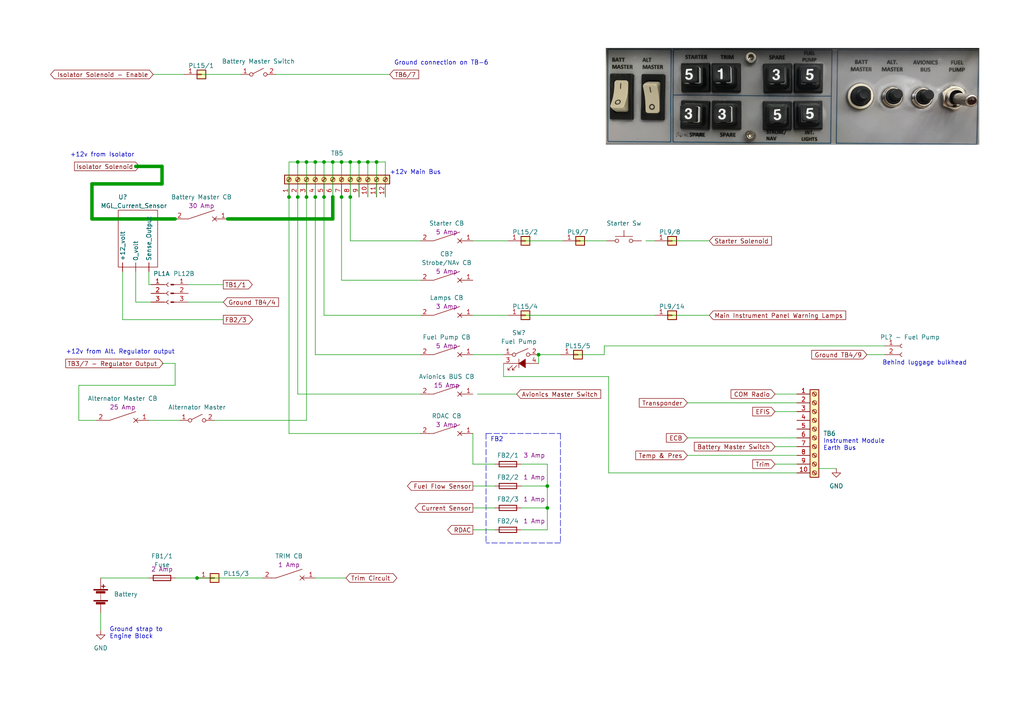
<source format=kicad_sch>
(kicad_sch (version 20211123) (generator eeschema)
  (paper "A4")
  (title_block (title "Europa Main Bus Panel") (date "2022-12-24") (rev "2"))
  (lib_symbols
    (symbol "Connector:Conn_01x02_Female" (pin_names (offset 1.016) hide)
      (property "Reference" "J" (at 0 2.54 0))
      (property "Value" "Conn_01x02_Female" (at 0 -5.08 0))
      (symbol "Conn_01x02_Female_1_1"
        (arc (start 0 -2.032) (mid -0.508 -2.54) (end 0 -3.048) (stroke (width 0.1524)))
        (polyline (pts (xy -1.27 -2.54) (xy -0.508 -2.54)) (stroke (width 0.1524)))
        (polyline (pts (xy -1.27 0) (xy -0.508 0)) (stroke (width 0.1524)))
        (arc (start 0 0.508) (mid -0.508 0) (end 0 -0.508) (stroke (width 0.1524)))
        (pin passive line (at -5.08 0 0) (length 3.81) (name "Pin_1") (number "1"))
        (pin passive line (at -5.08 -2.54 0) (length 3.81) (name "Pin_2") (number "2"))
      )
    )
    (symbol "Connector:Conn_01x03_Female" (pin_names (offset 1.016) hide)
      (property "Reference" "J" (at 0 5.08 0))
      (property "Value" "Conn_01x03_Female" (at 0 -5.08 0))
      (symbol "Conn_01x03_Female_1_1"
        (arc (start 0 -2.032) (mid -0.508 -2.54) (end 0 -3.048) (stroke (width 0.1524)))
        (polyline (pts (xy -1.27 -2.54) (xy -0.508 -2.54)) (stroke (width 0.1524)))
        (polyline (pts (xy -1.27 0) (xy -0.508 0)) (stroke (width 0.1524)))
        (polyline (pts (xy -1.27 2.54) (xy -0.508 2.54)) (stroke (width 0.1524)))
        (arc (start 0 0.508) (mid -0.508 0) (end 0 -0.508) (stroke (width 0.1524)))
        (arc (start 0 3.048) (mid -0.508 2.54) (end 0 2.032) (stroke (width 0.1524)))
        (pin passive line (at -5.08 2.54 0) (length 3.81) (name "Pin_1") (number "1"))
        (pin passive line (at -5.08 0 0) (length 3.81) (name "Pin_2") (number "2"))
        (pin passive line (at -5.08 -2.54 0) (length 3.81) (name "Pin_3") (number "3"))
      )
    )
    (symbol "Connector:Conn_01x03_Male" (pin_names (offset 1.016) hide)
      (property "Reference" "J" (at 0 5.08 0))
      (property "Value" "Conn_01x03_Male" (at 0 -5.08 0))
      (symbol "Conn_01x03_Male_1_1"
        (polyline (pts (xy 1.27 -2.54) (xy 0.8636 -2.54)) (stroke (width 0.1524)))
        (polyline (pts (xy 1.27 0) (xy 0.8636 0)) (stroke (width 0.1524)))
        (polyline (pts (xy 1.27 2.54) (xy 0.8636 2.54)) (stroke (width 0.1524)))
        (rectangle (start 0.8636 -2.413) (end 0 -2.667) (stroke (width 0.1524)) (fill (type outline)))
        (rectangle (start 0.8636 0.127) (end 0 -0.127) (stroke (width 0.1524)) (fill (type outline)))
        (rectangle (start 0.8636 2.667) (end 0 2.413) (stroke (width 0.1524)) (fill (type outline)))
        (pin passive line (at 5.08 2.54 180) (length 3.81) (name "Pin_1") (number "1"))
        (pin passive line (at 5.08 0 180) (length 3.81) (name "Pin_2") (number "2"))
        (pin passive line (at 5.08 -2.54 180) (length 3.81) (name "Pin_3") (number "3"))
      )
    )
    (symbol "Connector:Screw_Terminal_01x10" (pin_names (offset 1.016) hide)
      (property "Reference" "J" (at 0 12.7 0))
      (property "Value" "Screw_Terminal_01x10" (at 0 -15.24 0))
      (symbol "Screw_Terminal_01x10_1_1"
        (rectangle (start -1.27 11.43) (end 1.27 -13.97) (stroke (width 0.254)) (fill (type background)))
        (circle (center 0 -12.7) (radius 0.635) (stroke (width 0.1524)))
        (circle (center 0 -10.16) (radius 0.635) (stroke (width 0.1524)))
        (circle (center 0 -7.62) (radius 0.635) (stroke (width 0.1524)))
        (circle (center 0 -5.08) (radius 0.635) (stroke (width 0.1524)))
        (circle (center 0 -2.54) (radius 0.635) (stroke (width 0.1524)))
        (polyline (pts (xy -0.5334 -12.3698) (xy 0.3302 -13.208)) (stroke (width 0.1524)))
        (polyline (pts (xy -0.5334 -9.8298) (xy 0.3302 -10.668)) (stroke (width 0.1524)))
        (polyline (pts (xy -0.5334 -7.2898) (xy 0.3302 -8.128)) (stroke (width 0.1524)))
        (polyline (pts (xy -0.5334 -4.7498) (xy 0.3302 -5.588)) (stroke (width 0.1524)))
        (polyline (pts (xy -0.5334 -2.2098) (xy 0.3302 -3.048)) (stroke (width 0.1524)))
        (polyline (pts (xy -0.5334 0.3302) (xy 0.3302 -0.508)) (stroke (width 0.1524)))
        (polyline (pts (xy -0.5334 2.8702) (xy 0.3302 2.032)) (stroke (width 0.1524)))
        (polyline (pts (xy -0.5334 5.4102) (xy 0.3302 4.572)) (stroke (width 0.1524)))
        (polyline (pts (xy -0.5334 7.9502) (xy 0.3302 7.112)) (stroke (width 0.1524)))
        (polyline (pts (xy -0.5334 10.4902) (xy 0.3302 9.652)) (stroke (width 0.1524)))
        (polyline (pts (xy -0.3556 -12.192) (xy 0.508 -13.0302)) (stroke (width 0.1524)))
        (polyline (pts (xy -0.3556 -9.652) (xy 0.508 -10.4902)) (stroke (width 0.1524)))
        (polyline (pts (xy -0.3556 -7.112) (xy 0.508 -7.9502)) (stroke (width 0.1524)))
        (polyline (pts (xy -0.3556 -4.572) (xy 0.508 -5.4102)) (stroke (width 0.1524)))
        (polyline (pts (xy -0.3556 -2.032) (xy 0.508 -2.8702)) (stroke (width 0.1524)))
        (polyline (pts (xy -0.3556 0.508) (xy 0.508 -0.3302)) (stroke (width 0.1524)))
        (polyline (pts (xy -0.3556 3.048) (xy 0.508 2.2098)) (stroke (width 0.1524)))
        (polyline (pts (xy -0.3556 5.588) (xy 0.508 4.7498)) (stroke (width 0.1524)))
        (polyline (pts (xy -0.3556 8.128) (xy 0.508 7.2898)) (stroke (width 0.1524)))
        (polyline (pts (xy -0.3556 10.668) (xy 0.508 9.8298)) (stroke (width 0.1524)))
        (circle (center 0 0) (radius 0.635) (stroke (width 0.1524)))
        (circle (center 0 2.54) (radius 0.635) (stroke (width 0.1524)))
        (circle (center 0 5.08) (radius 0.635) (stroke (width 0.1524)))
        (circle (center 0 7.62) (radius 0.635) (stroke (width 0.1524)))
        (circle (center 0 10.16) (radius 0.635) (stroke (width 0.1524)))
        (pin passive line (at -5.08 10.16 0) (length 3.81) (name "Pin_1") (number "1"))
        (pin passive line (at -5.08 -12.7 0) (length 3.81) (name "Pin_10") (number "10"))
        (pin passive line (at -5.08 7.62 0) (length 3.81) (name "Pin_2") (number "2"))
        (pin passive line (at -5.08 5.08 0) (length 3.81) (name "Pin_3") (number "3"))
        (pin passive line (at -5.08 2.54 0) (length 3.81) (name "Pin_4") (number "4"))
        (pin passive line (at -5.08 0 0) (length 3.81) (name "Pin_5") (number "5"))
        (pin passive line (at -5.08 -2.54 0) (length 3.81) (name "Pin_6") (number "6"))
        (pin passive line (at -5.08 -5.08 0) (length 3.81) (name "Pin_7") (number "7"))
        (pin passive line (at -5.08 -7.62 0) (length 3.81) (name "Pin_8") (number "8"))
        (pin passive line (at -5.08 -10.16 0) (length 3.81) (name "Pin_9") (number "9"))
      )
    )
    (symbol "Connector:Screw_Terminal_01x12" (pin_names (offset 1.016) hide)
      (property "Reference" "J" (at 0 15.24 0))
      (property "Value" "Screw_Terminal_01x12" (at 0 -17.78 0))
      (symbol "Screw_Terminal_01x12_1_1"
        (rectangle (start -1.27 13.97) (end 1.27 -16.51) (stroke (width 0.254)) (fill (type background)))
        (circle (center 0 -15.24) (radius 0.635) (stroke (width 0.1524)))
        (circle (center 0 -12.7) (radius 0.635) (stroke (width 0.1524)))
        (circle (center 0 -10.16) (radius 0.635) (stroke (width 0.1524)))
        (circle (center 0 -7.62) (radius 0.635) (stroke (width 0.1524)))
        (circle (center 0 -5.08) (radius 0.635) (stroke (width 0.1524)))
        (circle (center 0 -2.54) (radius 0.635) (stroke (width 0.1524)))
        (polyline (pts (xy -0.5334 -14.9098) (xy 0.3302 -15.748)) (stroke (width 0.1524)))
        (polyline (pts (xy -0.5334 -12.3698) (xy 0.3302 -13.208)) (stroke (width 0.1524)))
        (polyline (pts (xy -0.5334 -9.8298) (xy 0.3302 -10.668)) (stroke (width 0.1524)))
        (polyline (pts (xy -0.5334 -7.2898) (xy 0.3302 -8.128)) (stroke (width 0.1524)))
        (polyline (pts (xy -0.5334 -4.7498) (xy 0.3302 -5.588)) (stroke (width 0.1524)))
        (polyline (pts (xy -0.5334 -2.2098) (xy 0.3302 -3.048)) (stroke (width 0.1524)))
        (polyline (pts (xy -0.5334 0.3302) (xy 0.3302 -0.508)) (stroke (width 0.1524)))
        (polyline (pts (xy -0.5334 2.8702) (xy 0.3302 2.032)) (stroke (width 0.1524)))
        (polyline (pts (xy -0.5334 5.4102) (xy 0.3302 4.572)) (stroke (width 0.1524)))
        (polyline (pts (xy -0.5334 7.9502) (xy 0.3302 7.112)) (stroke (width 0.1524)))
        (polyline (pts (xy -0.5334 10.4902) (xy 0.3302 9.652)) (stroke (width 0.1524)))
        (polyline (pts (xy -0.5334 13.0302) (xy 0.3302 12.192)) (stroke (width 0.1524)))
        (polyline (pts (xy -0.3556 -14.732) (xy 0.508 -15.5702)) (stroke (width 0.1524)))
        (polyline (pts (xy -0.3556 -12.192) (xy 0.508 -13.0302)) (stroke (width 0.1524)))
        (polyline (pts (xy -0.3556 -9.652) (xy 0.508 -10.4902)) (stroke (width 0.1524)))
        (polyline (pts (xy -0.3556 -7.112) (xy 0.508 -7.9502)) (stroke (width 0.1524)))
        (polyline (pts (xy -0.3556 -4.572) (xy 0.508 -5.4102)) (stroke (width 0.1524)))
        (polyline (pts (xy -0.3556 -2.032) (xy 0.508 -2.8702)) (stroke (width 0.1524)))
        (polyline (pts (xy -0.3556 0.508) (xy 0.508 -0.3302)) (stroke (width 0.1524)))
        (polyline (pts (xy -0.3556 3.048) (xy 0.508 2.2098)) (stroke (width 0.1524)))
        (polyline (pts (xy -0.3556 5.588) (xy 0.508 4.7498)) (stroke (width 0.1524)))
        (polyline (pts (xy -0.3556 8.128) (xy 0.508 7.2898)) (stroke (width 0.1524)))
        (polyline (pts (xy -0.3556 10.668) (xy 0.508 9.8298)) (stroke (width 0.1524)))
        (polyline (pts (xy -0.3556 13.208) (xy 0.508 12.3698)) (stroke (width 0.1524)))
        (circle (center 0 0) (radius 0.635) (stroke (width 0.1524)))
        (circle (center 0 2.54) (radius 0.635) (stroke (width 0.1524)))
        (circle (center 0 5.08) (radius 0.635) (stroke (width 0.1524)))
        (circle (center 0 7.62) (radius 0.635) (stroke (width 0.1524)))
        (circle (center 0 10.16) (radius 0.635) (stroke (width 0.1524)))
        (circle (center 0 12.7) (radius 0.635) (stroke (width 0.1524)))
        (pin passive line (at -5.08 12.7 0) (length 3.81) (name "Pin_1") (number "1"))
        (pin passive line (at -5.08 -10.16 0) (length 3.81) (name "Pin_10") (number "10"))
        (pin passive line (at -5.08 -12.7 0) (length 3.81) (name "Pin_11") (number "11"))
        (pin passive line (at -5.08 -15.24 0) (length 3.81) (name "Pin_12") (number "12"))
        (pin passive line (at -5.08 10.16 0) (length 3.81) (name "Pin_2") (number "2"))
        (pin passive line (at -5.08 7.62 0) (length 3.81) (name "Pin_3") (number "3"))
        (pin passive line (at -5.08 5.08 0) (length 3.81) (name "Pin_4") (number "4"))
        (pin passive line (at -5.08 2.54 0) (length 3.81) (name "Pin_5") (number "5"))
        (pin passive line (at -5.08 0 0) (length 3.81) (name "Pin_6") (number "6"))
        (pin passive line (at -5.08 -2.54 0) (length 3.81) (name "Pin_7") (number "7"))
        (pin passive line (at -5.08 -5.08 0) (length 3.81) (name "Pin_8") (number "8"))
        (pin passive line (at -5.08 -7.62 0) (length 3.81) (name "Pin_9") (number "9"))
      )
    )
    (symbol "Connector_Generic:Conn_01x01" (pin_names (offset 1.016) hide)
      (property "Reference" "J" (at 0 2.54 0))
      (property "Value" "Conn_01x01" (at 0 -2.54 0))
      (symbol "Conn_01x01_1_1"
        (rectangle (start -1.27 0.127) (end 0 -0.127) (stroke (width 0.1524)))
        (rectangle (start -1.27 1.27) (end 1.27 -1.27) (stroke (width 0.254)) (fill (type background)))
        (pin passive line (at -5.08 0 0) (length 3.81) (name "Pin_1") (number "1"))
      )
    )
    (symbol "Device:Battery" (pin_numbers hide) (pin_names (offset 0) hide)
      (property "Reference" "BT" (at 2.54 2.54 0))
      (property "Value" "Battery" (at 2.54 0 0))
      (symbol "Battery_0_1"
        (rectangle (start -2.032 -1.397) (end 2.032 -1.651) (fill (type outline)))
        (rectangle (start -2.032 1.778) (end 2.032 1.524) (fill (type outline)))
        (rectangle (start -1.3208 -1.9812) (end 1.27 -2.4892) (fill (type outline)))
        (rectangle (start -1.3208 1.1938) (end 1.27 0.6858) (fill (type outline)))
        (polyline (pts (xy 0 -1.524) (xy 0 -1.27)))
        (polyline (pts (xy 0 -1.016) (xy 0 -0.762)))
        (polyline (pts (xy 0 -0.508) (xy 0 -0.254)))
        (polyline (pts (xy 0 0) (xy 0 0.254)))
        (polyline (pts (xy 0 0.508) (xy 0 0.762)))
        (polyline (pts (xy 0 1.778) (xy 0 2.54)))
        (polyline (pts (xy 0.254 2.667) (xy 1.27 2.667)) (stroke (width 0.254)))
        (polyline (pts (xy 0.762 3.175) (xy 0.762 2.159)) (stroke (width 0.254)))
      )
      (symbol "Battery_1_1"
        (pin passive line (at 0 5.08 270) (length 2.54) (name "+") (number "1"))
        (pin passive line (at 0 -5.08 90) (length 2.54) (name "-") (number "2"))
      )
    )
    (symbol "Device:CircuitBreaker_1P"
      (property "Reference" "CB" (at 1.905 0 0))
      (property "Value" "CircuitBreaker_1P" (at 1.905 1.905 0))
      (symbol "CircuitBreaker_1P_0_1"
        (polyline (pts (xy 0 -5.08) (xy 0 -3.81)))
        (polyline (pts (xy 0 -3.81) (xy -2.54 3.81)))
      )
      (symbol "CircuitBreaker_1P_1_1"
        (polyline (pts (xy -0.635 4.445) (xy 0.635 3.175)))
        (polyline (pts (xy 0 5.08) (xy 0 3.81)))
        (polyline (pts (xy 0.635 4.445) (xy -0.635 3.175)))
        (pin passive line (at 0 7.62 270) (length 2.54) (name "~") (number "1"))
        (pin passive line (at 0 -7.62 90) (length 2.54) (name "~") (number "2"))
      )
    )
    (symbol "Device:Fuse" (pin_numbers hide) (pin_names (offset 0))
      (property "Reference" "F" (at 2.032 0 90))
      (property "Value" "Fuse" (at -1.905 0 90))
      (symbol "Fuse_0_1"
        (rectangle (start -0.762 -2.54) (end 0.762 2.54) (stroke (width 0.254)))
        (polyline (pts (xy 0 2.54) (xy 0 -2.54)))
      )
      (symbol "Fuse_1_1"
        (pin passive line (at 0 3.81 270) (length 1.27) (name "~") (number "1"))
        (pin passive line (at 0 -3.81 90) (length 1.27) (name "~") (number "2"))
      )
    )
    (symbol "Switch:SW_Push" (pin_numbers hide) (pin_names (offset 1.016) hide)
      (property "Reference" "SW" (at 1.27 2.54 0))
      (property "Value" "SW_Push" (at 0 -1.524 0))
      (symbol "SW_Push_0_1"
        (circle (center -2.032 0) (radius 0.508))
        (polyline (pts (xy 0 1.27) (xy 0 3.048)))
        (polyline (pts (xy 2.54 1.27) (xy -2.54 1.27)))
        (circle (center 2.032 0) (radius 0.508))
        (pin passive line (at -5.08 0 0) (length 2.54) (name "1") (number "1"))
        (pin passive line (at 5.08 0 180) (length 2.54) (name "2") (number "2"))
      )
    )
    (symbol "Switch:SW_SPST" (pin_names (offset 0) hide)
      (property "Reference" "SW" (at 0 3.175 0))
      (property "Value" "SW_SPST" (at 0 -2.54 0))
      (symbol "SW_SPST_0_0"
        (circle (center -2.032 0) (radius 0.508))
        (polyline (pts (xy -1.524 0.254) (xy 1.524 1.778)))
        (circle (center 2.032 0) (radius 0.508))
      )
      (symbol "SW_SPST_1_1"
        (pin passive line (at -5.08 0 0) (length 2.54) (name "A") (number "1"))
        (pin passive line (at 5.08 0 180) (length 2.54) (name "B") (number "2"))
      )
    )
    (symbol "Switch:SW_SPST_LED" (pin_names (offset 1.016) hide)
      (property "Reference" "SW" (at 0.635 5.715 0))
      (property "Value" "SW_SPST_LED" (at 0 -3.175 0))
      (symbol "SW_SPST_LED_0_0"
        (polyline (pts (xy -3.81 -1.905) (xy -2.54 -0.635)))
        (polyline (pts (xy -2.54 -1.905) (xy -1.27 -0.635)))
        (polyline (pts (xy -2.54 0) (xy 2.54 0)))
        (polyline (pts (xy -0.635 1.27) (xy -0.635 -1.27)))
        (polyline (pts (xy -3.81 -1.27) (xy -3.81 -1.905) (xy -3.175 -1.905)))
        (polyline (pts (xy -2.54 -1.27) (xy -2.54 -1.905) (xy -1.905 -1.905)))
        (polyline (pts (xy -0.635 0) (xy 1.27 1.27) (xy 1.27 -1.27) (xy -0.635 0)) (fill (type outline)))
      )
      (symbol "SW_SPST_LED_0_1"
        (circle (center -2.032 2.54) (radius 0.508))
        (polyline (pts (xy -1.524 2.794) (xy 2.032 4.318)))
        (circle (center 2.032 2.54) (radius 0.508))
        (pin passive line (at -5.08 2.54 0) (length 2.54) (name "1") (number "1"))
        (pin passive line (at 5.08 2.54 180) (length 2.54) (name "2") (number "2"))
        (pin passive line (at -5.08 0 0) (length 2.54) (name "K") (number "3"))
        (pin passive line (at 5.08 0 180) (length 2.54) (name "A") (number "4"))
      )
    )
    (symbol "gary aircraft symbol library:MGL_Current_Sensor" (pin_numbers hide) (on_board no)
      (property "Reference" "U" (at 0 0 0))
      (property "Value" "MGL_Current_Sensor" (at 0 0 0))
      (symbol "MGL_Current_Sensor_0_1"
        (rectangle (start -7.62 -2.54) (end 8.89 -13.97))
      )
      (symbol "MGL_Current_Sensor_1_1"
        (pin power_in line (at -8.89 -3.81 0) (length 2.54) (name "+12_volt") (number ""))
        (pin power_in line (at -8.89 -7.62 0) (length 2.54) (name "0_volt") (number ""))
        (pin output line (at -8.89 -11.43 0) (length 2.54) (name "Sense_Output") (number ""))
      )
    )
    (symbol "power:GND" (power) (pin_names (offset 0))
      (property "Value" "GND" (at 0 -3.81 0))
      (symbol "GND_0_1"
        (polyline (pts (xy 0 0) (xy 0 -1.27) (xy 1.27 -1.27) (xy 0 -2.54) (xy -1.27 -1.27) (xy 0 -1.27)))
      )
      (symbol "GND_1_1"
        (pin power_in line (at 0 0 270) (length 0) hide (name "GND") (number "1"))
      )
    )
  )
  (junction (at 99.06 46.99))
  (junction (at 91.44 57.15))
  (junction (at 104.14 46.99))
  (junction (at 57.15 167.64))
  (junction (at 91.44 46.99))
  (junction (at 96.52 57.15))
  (junction (at 99.06 57.15))
  (junction (at 156.21 102.87))
  (junction (at 86.36 57.15))
  (junction (at 101.6 46.99))
  (junction (at 83.82 57.15))
  (junction (at 88.9 46.99))
  (junction (at 101.6 57.15))
  (junction (at 109.22 46.99))
  (junction (at 158.75 147.32))
  (junction (at 96.52 46.99))
  (junction (at 158.75 140.97))
  (junction (at 88.9 57.15))
  (junction (at 93.98 57.15))
  (junction (at 106.68 46.99))
  (junction (at 93.98 46.99))
  (junction (at 86.36 46.99))
  (wire (pts (xy 93.98 57.15) (xy 93.98 91.44)))
  (wire (pts (xy 138.43 114.3) (xy 149.86 114.3)))
  (wire (pts (xy 96.52 57.15) (xy 96.52 63.5)) (stroke (width 1)))
  (wire (pts (xy 86.36 114.3) (xy 121.92 114.3)))
  (wire (pts (xy 46.99 53.34) (xy 46.99 48.26)) (stroke (width 1)))
  (wire (pts (xy 57.15 167.64) (xy 76.2 167.64)))
  (wire (pts (xy 251.46 102.87) (xy 256.54 102.87)))
  (wire (pts (xy 106.68 46.99) (xy 106.68 57.15)))
  (wire (pts (xy 199.39 132.08) (xy 231.14 132.08)))
  (wire (pts (xy 109.22 46.99) (xy 111.76 46.99)))
  (wire (pts (xy 175.26 102.87) (xy 175.26 100.33)))
  (wire (pts (xy 156.21 102.87) (xy 156.21 105.41)))
  (wire (pts (xy 101.6 46.99) (xy 101.6 57.15)))
  (wire (pts (xy 137.16 69.85) (xy 147.32 69.85)))
  (wire (pts (xy 62.23 121.92) (xy 88.9 121.92)))
  (polyline (pts (xy 140.97 125.73) (xy 162.56 125.73)))
  (wire (pts (xy 199.39 127) (xy 231.14 127)))
  (wire (pts (xy 158.75 140.97) (xy 158.75 147.32)))
  (wire (pts (xy 224.79 119.38) (xy 231.14 119.38)))
  (wire (pts (xy 86.36 46.99) (xy 88.9 46.99)))
  (wire (pts (xy 101.6 46.99) (xy 104.14 46.99)))
  (wire (pts (xy 101.6 57.15) (xy 101.6 69.85)))
  (wire (pts (xy 58.42 21.59) (xy 69.85 21.59)))
  (wire (pts (xy 91.44 167.64) (xy 100.33 167.64)))
  (wire (pts (xy 50.8 111.76) (xy 22.86 111.76)))
  (wire (pts (xy 43.18 82.55) (xy 43.815 82.55)))
  (wire (pts (xy 91.44 46.99) (xy 93.98 46.99)))
  (wire (pts (xy 237.49 135.89) (xy 242.57 135.89)))
  (wire (pts (xy 137.16 134.62) (xy 143.51 134.62)))
  (wire (pts (xy 86.36 46.99) (xy 86.36 57.15)))
  (wire (pts (xy 187.325 69.85) (xy 189.865 69.85)))
  (wire (pts (xy 137.16 153.67) (xy 143.51 153.67)))
  (wire (pts (xy 91.44 57.15) (xy 91.44 102.87)))
  (wire (pts (xy 175.26 100.33) (xy 256.54 100.33)))
  (wire (pts (xy 91.44 46.99) (xy 91.44 57.15)))
  (wire (pts (xy 83.82 57.15) (xy 83.82 125.73)))
  (wire (pts (xy 224.79 134.62) (xy 231.14 134.62)))
  (wire (pts (xy 99.06 81.28) (xy 99.06 57.15)))
  (wire (pts (xy 121.92 81.28) (xy 99.06 81.28)))
  (wire (pts (xy 152.4 69.85) (xy 163.195 69.85)))
  (wire (pts (xy 109.22 46.99) (xy 109.22 57.15)))
  (wire (pts (xy 80.01 21.59) (xy 113.03 21.59)))
  (wire (pts (xy 224.79 114.3) (xy 231.14 114.3)))
  (wire (pts (xy 137.16 125.73) (xy 137.16 134.62)))
  (wire (pts (xy 137.16 140.97) (xy 143.51 140.97)))
  (wire (pts (xy 224.79 129.54) (xy 231.14 129.54)))
  (wire (pts (xy 39.37 48.26) (xy 46.99 48.26)) (stroke (width 1)))
  (wire (pts (xy 151.13 147.32) (xy 158.75 147.32)))
  (wire (pts (xy 83.82 46.99) (xy 83.82 57.15)))
  (wire (pts (xy 54.61 82.55) (xy 64.77 82.55)))
  (polyline (pts (xy 162.56 125.73) (xy 162.56 157.48)))
  (wire (pts (xy 96.52 46.99) (xy 99.06 46.99)))
  (wire (pts (xy 88.9 46.99) (xy 88.9 57.15)))
  (wire (pts (xy 26.67 63.5) (xy 50.8 63.5)) (stroke (width 1)))
  (wire (pts (xy 104.14 46.99) (xy 106.68 46.99)))
  (wire (pts (xy 43.18 121.92) (xy 52.07 121.92)))
  (wire (pts (xy 93.98 46.99) (xy 93.98 57.15)))
  (wire (pts (xy 199.39 116.84) (xy 231.14 116.84)))
  (wire (pts (xy 44.45 21.59) (xy 53.34 21.59)))
  (wire (pts (xy 93.98 46.99) (xy 96.52 46.99)))
  (wire (pts (xy 88.9 57.15) (xy 88.9 121.92)))
  (wire (pts (xy 137.16 102.87) (xy 146.05 102.87)))
  (wire (pts (xy 158.75 134.62) (xy 158.75 140.97)))
  (wire (pts (xy 22.86 111.76) (xy 22.86 121.92)))
  (wire (pts (xy 156.21 102.87) (xy 162.56 102.87)))
  (polyline (pts (xy 140.97 125.73) (xy 140.97 157.48)))
  (wire (pts (xy 146.05 105.41) (xy 146.05 109.22)))
  (wire (pts (xy 88.9 46.99) (xy 91.44 46.99)))
  (wire (pts (xy 151.13 153.67) (xy 158.75 153.67)))
  (wire (pts (xy 91.44 102.87) (xy 121.92 102.87)))
  (wire (pts (xy 54.61 87.63) (xy 64.77 87.63)))
  (wire (pts (xy 151.13 134.62) (xy 158.75 134.62)))
  (wire (pts (xy 66.04 63.5) (xy 96.52 63.5)) (stroke (width 1)))
  (wire (pts (xy 146.05 109.22) (xy 176.53 109.22)))
  (wire (pts (xy 86.36 57.15) (xy 86.36 114.3)))
  (polyline (pts (xy 162.56 157.48) (xy 140.97 157.48)))
  (wire (pts (xy 26.67 63.5) (xy 26.67 53.34)) (stroke (width 1)))
  (wire (pts (xy 46.99 105.41) (xy 50.8 105.41)))
  (wire (pts (xy 167.64 102.87) (xy 175.26 102.87)))
  (wire (pts (xy 29.21 177.8) (xy 29.21 182.88)))
  (wire (pts (xy 121.92 69.85) (xy 101.6 69.85)))
  (wire (pts (xy 111.76 46.99) (xy 111.76 57.15)))
  (wire (pts (xy 194.945 91.44) (xy 205.74 91.44)))
  (wire (pts (xy 168.275 69.85) (xy 175.895 69.85)))
  (wire (pts (xy 35.56 92.71) (xy 64.77 92.71)))
  (wire (pts (xy 35.56 78.74) (xy 35.56 92.71)))
  (wire (pts (xy 99.06 46.99) (xy 101.6 46.99)))
  (wire (pts (xy 106.68 46.99) (xy 109.22 46.99)))
  (wire (pts (xy 194.945 69.85) (xy 205.74 69.85)))
  (wire (pts (xy 176.53 109.22) (xy 176.53 137.16)))
  (wire (pts (xy 158.75 147.32) (xy 158.75 153.67)))
  (wire (pts (xy 83.82 125.73) (xy 121.92 125.73)))
  (wire (pts (xy 22.86 121.92) (xy 27.94 121.92)))
  (wire (pts (xy 39.37 87.63) (xy 43.815 87.63)))
  (wire (pts (xy 176.53 137.16) (xy 231.14 137.16)))
  (wire (pts (xy 104.14 46.99) (xy 104.14 57.15)))
  (wire (pts (xy 50.8 167.64) (xy 57.15 167.64)))
  (wire (pts (xy 151.13 140.97) (xy 158.75 140.97)))
  (wire (pts (xy 29.21 167.64) (xy 43.18 167.64)))
  (wire (pts (xy 93.98 91.44) (xy 121.92 91.44)))
  (wire (pts (xy 39.37 78.74) (xy 39.37 87.63)))
  (wire (pts (xy 152.4 91.44) (xy 189.865 91.44)))
  (wire (pts (xy 137.16 91.44) (xy 147.32 91.44)))
  (wire (pts (xy 137.16 147.32) (xy 143.51 147.32)))
  (wire (pts (xy 43.18 78.74) (xy 43.18 82.55)))
  (wire (pts (xy 83.82 46.99) (xy 86.36 46.99)))
  (wire (pts (xy 96.52 46.99) (xy 96.52 57.15)))
  (wire (pts (xy 50.8 105.41) (xy 50.8 111.76)))
  (wire (pts (xy 99.06 46.99) (xy 99.06 57.15)))
  (wire (pts (xy 26.67 53.34) (xy 46.99 53.34)) (stroke (width 1)))
  (image (at 229.87 27.94))
  (text "Behind luggage bulkhead" (at 255.905 106.045 0) (effects (font (size 1.27 1.27)) (justify left bottom)))
  (text "Ground connection on TB-6" (at 114.3 19.05 0) (effects (font (size 1.27 1.27)) (justify left bottom)))
  (text "Ground strap to\nEngine Block" (at 31.75 185.42 0) (effects (font (size 1.27 1.27)) (justify left bottom)))
  (text "+12v Main Bus" (at 113.03 50.8 0) (effects (font (size 1.27 1.27)) (justify left bottom)))
  (text "+12v from Isolator" (at 20.32 45.72 0) (effects (font (size 1.27 1.27)) (justify left bottom)))
  (text "FB2" (at 142.24 128.27 0) (effects (font (size 1.27 1.27)) (justify left bottom)))
  (text "Instrument Module\nEarth Bus" (at 238.76 130.81 0) (effects (font (size 1.27 1.27)) (justify left bottom)))
  (text "+12v from Alt. Regulator output" (at 19.05 102.87 0) (effects (font (size 1.27 1.27)) (justify left bottom)))
  (global_label "Transponder" (shape input) (at 199.39 116.84 180) (property "Intersheet References" "${INTERSHEET_REFS}" (effects hide)))
  (global_label "Ground TB4{slash}9" (shape input) (at 251.46 102.87 180) (property "Intersheet References" "${INTERSHEET_REFS}" (effects hide)))
  (global_label "FB2{slash}3" (shape output) (at 64.77 92.71 0) (property "Intersheet References" "${INTERSHEET_REFS}" (effects hide)))
  (global_label "TB6{slash}7" (shape input) (at 113.03 21.59 0) (property "Intersheet References" "${INTERSHEET_REFS}" (effects hide)))
  (global_label "Isolator Solenoid" (shape output) (at 21.59 48.26 0) (property "Intersheet References" "${INTERSHEET_REFS}" (effects hide)))
  (global_label "Starter Solenoid" (shape input) (at 205.74 69.85 0) (property "Intersheet References" "${INTERSHEET_REFS}" (effects hide)))
  (global_label "COM Radio" (shape input) (at 224.79 114.3 180) (property "Intersheet References" "${INTERSHEET_REFS}" (effects hide)))
  (global_label "Isolator Solenoid - Enable" (shape bidirectional) (at 44.45 21.59 180) (property "Intersheet References" "${INTERSHEET_REFS}" (effects hide)))
  (global_label "Ground TB4{slash}4" (shape input) (at 64.77 87.63 0) (property "Intersheet References" "${INTERSHEET_REFS}" (effects hide)))
  (global_label "TB3{slash}7 - Regulator Output" (shape output) (at 19.05 105.41 0) (property "Intersheet References" "${INTERSHEET_REFS}" (effects hide)))
  (global_label "Trim" (shape input) (at 224.79 134.62 180) (property "Intersheet References" "${INTERSHEET_REFS}" (effects hide)))
  (global_label "Trim Circuit" (shape bidirectional) (at 100.33 167.64 0) (property "Intersheet References" "${INTERSHEET_REFS}" (effects hide)))
  (global_label "Temp & Pres" (shape input) (at 199.39 132.08 180) (property "Intersheet References" "${INTERSHEET_REFS}" (effects hide)))
  (global_label "Battery Master Switch" (shape input) (at 224.79 129.54 180) (property "Intersheet References" "${INTERSHEET_REFS}" (effects hide)))
  (global_label "Avionics Master Switch" (shape input) (at 149.86 114.3 0) (property "Intersheet References" "${INTERSHEET_REFS}" (effects hide)))
  (global_label "RDAC" (shape output) (at 137.16 153.67 180) (property "Intersheet References" "${INTERSHEET_REFS}" (effects hide)))
  (global_label "Fuel Flow Sensor" (shape output) (at 137.16 140.97 180) (property "Intersheet References" "${INTERSHEET_REFS}" (effects hide)))
  (global_label "TB1{slash}1" (shape output) (at 64.77 82.55 0) (property "Intersheet References" "${INTERSHEET_REFS}" (effects hide)))
  (global_label "ECB" (shape input) (at 199.39 127 180) (property "Intersheet References" "${INTERSHEET_REFS}" (effects hide)))
  (global_label "Main Instrument Panel Warning Lamps" (shape input) (at 205.74 91.44 0) (property "Intersheet References" "${INTERSHEET_REFS}" (effects hide)))
  (global_label "Current Sensor" (shape output) (at 137.16 147.32 180) (property "Intersheet References" "${INTERSHEET_REFS}" (effects hide)))
  (global_label "EFIS" (shape input) (at 224.79 119.38 180) (property "Intersheet References" "${INTERSHEET_REFS}" (effects hide)))
  (symbol (lib_id "Connector_Generic:Conn_01x01") (at 167.64 102.87 0) (unit 1)
    (property "Reference" "PL?" (effects hide))
    (property "Value" "PL15/5" (at 163.83 100.33 0) (effects (justify left)))
  )
  (symbol (lib_id "Device:CircuitBreaker_1P") (at 129.54 102.87 270) (unit 1)
    (property "Reference" "CB?" (effects hide))
    (property "Value" "Fuel Pump CB" (at 129.54 97.79 90))
    (property "Rating" "5 Amp" (at 129.54 100.33 90))
  )
  (symbol (lib_id "Switch:SW_SPST") (at 57.15 121.92 0) (unit 1)
    (property "Reference" "SW?" (effects hide))
    (property "Value" "Alternator Master" (at 57.15 118.11 0))
  )
  (symbol (lib_id "Connector_Generic:Conn_01x01") (at 194.945 91.44 0) (unit 1)
    (property "Reference" "PL?" (effects hide))
    (property "Value" "PL9/14" (at 191.135 88.9 0) (effects (justify left)))
  )
  (symbol (lib_id "Switch:SW_SPST_LED") (at 151.13 105.41 0) (unit 1)
    (property "Reference" "SW?" (at 150.495 96.52 0))
    (property "Value" "Fuel Pump" (at 150.495 99.06 0))
  )
  (symbol (lib_id "Connector_Generic:Conn_01x01") (at 194.945 69.85 0) (unit 1)
    (property "Reference" "PL?" (effects hide))
    (property "Value" "PL9/8" (at 191.135 67.31 0) (effects (justify left)))
  )
  (symbol (lib_id "Device:Fuse") (at 147.32 153.67 90) (unit 1)
    (property "Reference" "FB2/4" (at 147.32 151.13 90))
    (property "Value" "Fuse" (effects hide))
    (property "Rating" "1 Amp" (at 154.94 151.13 90))
  )
  (symbol (lib_id "power:GND") (at 242.57 135.89 0) (unit 1)
    (property "Reference" "#PWR?" (effects hide))
    (property "Value" "GND" (at 242.57 140.97 0))
  )
  (symbol (lib_id "Device:CircuitBreaker_1P") (at 58.42 63.5 270) (unit 1)
    (property "Reference" "CB?" (effects hide))
    (property "Value" "Battery Master CB" (at 58.42 57.15 90))
    (property "Rating" "30 Amp" (at 58.42 59.69 90))
  )
  (symbol (lib_id "Connector:Screw_Terminal_01x12") (at 96.52 52.07 90) (unit 1)
    (property "Reference" "TB5" (at 97.79 44.45 90))
    (property "Value" "Screw_Terminal_01x12" (effects hide))
  )
  (symbol (lib_id "gary aircraft symbol library:MGL_Current_Sensor") (at 31.75 69.85 90) (unit 1) (on_board no)
    (property "Reference" "U?" (at 34.29 57.15 90) (effects (justify right)))
    (property "Value" "MGL_Current_Sensor" (at 29.21 59.69 90) (effects (justify right)))
  )
  (symbol (lib_id "Device:Fuse") (at 46.99 167.64 90) (unit 1)
    (property "Reference" "FB1/1" (at 46.99 161.29 90))
    (property "Value" "Fuse" (at 46.99 163.83 90))
    (property "Rating" "2 Amp" (at 46.99 165.1 90))
  )
  (symbol (lib_id "Device:Fuse") (at 147.32 134.62 270) (unit 1)
    (property "Reference" "FB2/1" (at 147.32 132.08 90))
    (property "Value" "Fuse" (effects hide))
    (property "Rating" "3 Amp" (at 154.94 132.08 90))
  )
  (symbol (lib_id "Device:CircuitBreaker_1P") (at 129.54 125.73 270) (unit 1)
    (property "Reference" "CB?" (effects hide))
    (property "Value" "RDAC CB" (at 129.54 120.65 90))
    (property "Rating" "3 Amp" (at 129.54 123.19 90))
  )
  (symbol (lib_id "Connector:Conn_01x02_Female") (at 261.62 100.33 0) (unit 1)
    (property "Reference" "J?" (effects hide))
    (property "Value" "PL? - Fuel Pump" (at 255.27 97.79 0) (effects (justify left)))
  )
  (symbol (lib_id "Connector_Generic:Conn_01x01") (at 168.275 69.85 0) (unit 1)
    (property "Reference" "PL?" (effects hide))
    (property "Value" "PL9/7" (at 164.465 67.31 0) (effects (justify left)))
  )
  (symbol (lib_id "Device:CircuitBreaker_1P") (at 129.54 91.44 270) (unit 1)
    (property "Reference" "CB?" (effects hide))
    (property "Value" "Lamps CB" (at 129.54 86.36 90))
    (property "Rating" "3 Amp" (at 129.54 88.9 90))
  )
  (symbol (lib_id "Connector:Conn_01x03_Male") (at 49.53 85.09 0) (unit 1)
    (property "Reference" "PL12B" (at 53.34 79.375 0))
    (property "Value" "Conn_01x03_Male" (effects hide))
  )
  (symbol (lib_id "Device:CircuitBreaker_1P") (at 83.82 167.64 270) (unit 1)
    (property "Reference" "CB?" (effects hide))
    (property "Value" "TRIM CB" (at 83.82 161.29 90))
    (property "Rating" "1 Amp" (at 83.82 163.83 90))
  )
  (symbol (lib_id "Device:CircuitBreaker_1P") (at 35.56 121.92 270) (unit 1)
    (property "Reference" "CB?" (effects hide))
    (property "Value" "Alternator Master CB" (at 35.56 115.57 90))
    (property "Rating" "25 Amp" (at 35.56 118.11 90))
  )
  (symbol (lib_id "Device:CircuitBreaker_1P") (at 129.54 81.28 270) (unit 1)
    (property "Reference" "CB?" (at 129.54 73.66 90))
    (property "Value" "Strobe/NAv CB" (at 129.54 76.2 90))
    (property "Rating" "5 Amp" (at 129.54 78.74 90))
  )
  (symbol (lib_id "Connector:Conn_01x03_Female") (at 48.895 85.09 0) (unit 1)
    (property "Reference" "PL1A" (at 44.45 79.375 0) (effects (justify left)))
    (property "Value" "Conn_01x03_Female" (effects hide))
  )
  (symbol (lib_id "Switch:SW_SPST") (at 74.93 21.59 0) (unit 1)
    (property "Reference" "SW?" (effects hide))
    (property "Value" "Battery Master Switch" (at 74.93 17.78 0))
  )
  (symbol (lib_id "Device:Fuse") (at 147.32 147.32 90) (unit 1)
    (property "Reference" "FB2/3" (at 147.32 144.78 90))
    (property "Value" "Fuse" (effects hide))
    (property "Rating" "1 Amp" (at 154.94 144.78 90))
  )
  (symbol (lib_id "Device:CircuitBreaker_1P") (at 129.54 114.3 270) (unit 1)
    (property "Reference" "CB?" (effects hide))
    (property "Value" "Avionics BUS CB" (at 129.54 109.22 90))
    (property "Rating" "15 Amp" (at 129.54 111.76 90))
  )
  (symbol (lib_id "Device:CircuitBreaker_1P") (at 129.54 69.85 270) (unit 1)
    (property "Reference" "CB?" (effects hide))
    (property "Value" "Starter CB" (at 129.54 64.77 90))
    (property "Rating" "5 Amp" (at 129.54 67.31 90))
  )
  (symbol (lib_id "Connector:Screw_Terminal_01x10") (at 236.22 124.46 0) (unit 1)
    (property "Reference" "TB6" (at 238.76 125.7299 0) (effects (justify left)))
    (property "Value" "Screw_Terminal_01x12" (effects hide))
  )
  (symbol (lib_id "Connector_Generic:Conn_01x01") (at 58.42 21.59 0) (unit 1)
    (property "Reference" "PL15" (effects hide))
    (property "Value" "PL15/1" (at 54.61 19.05 0) (effects (justify left)))
  )
  (symbol (lib_id "Device:Fuse") (at 147.32 140.97 90) (unit 1)
    (property "Reference" "FB2/2" (at 147.32 138.43 90))
    (property "Value" "Fuse" (effects hide))
    (property "Rating" "1 Amp" (at 154.94 138.43 90))
  )
  (symbol (lib_id "Switch:SW_Push") (at 180.975 69.85 0) (unit 1)
    (property "Reference" "SW?" (effects hide))
    (property "Value" "Starter Sw" (at 180.975 64.77 0))
  )
  (symbol (lib_id "Connector_Generic:Conn_01x01") (at 152.4 91.44 0) (unit 1)
    (property "Reference" "PL15/4" (at 148.59 88.9 0) (effects (justify left)))
    (property "Value" "PL9/14" (effects hide))
  )
  (symbol (lib_id "power:GND") (at 29.21 182.88 0) (unit 1)
    (property "Reference" "#PWR?" (effects hide))
    (property "Value" "GND" (at 29.21 187.96 0))
  )
  (symbol (lib_id "Connector_Generic:Conn_01x01") (at 62.23 167.64 0) (unit 1)
    (property "Reference" "PL15/3" (at 64.77 166.3699 0) (effects (justify left)))
    (property "Value" "Conn_01x01" (effects hide))
  )
  (symbol (lib_id "Connector_Generic:Conn_01x01") (at 152.4 69.85 0) (unit 1)
    (property "Reference" "PL?" (effects hide))
    (property "Value" "PL15/2" (at 148.59 67.31 0) (effects (justify left)))
  )
  (symbol (lib_id "Device:Battery") (at 29.21 172.72 0) (unit 1)
    (property "Reference" "BT?" (effects hide))
    (property "Value" "Battery" (at 33.02 172.3389 0) (effects (justify left)))
  )
)
</source>
